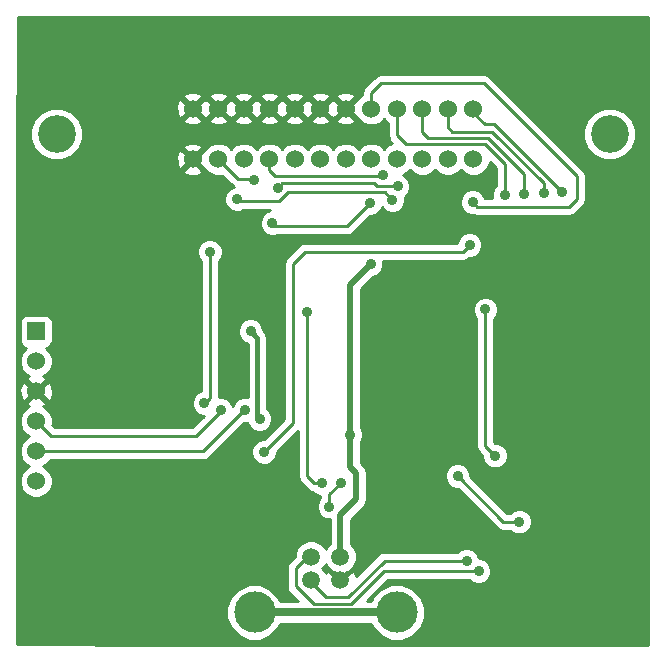
<source format=gbl>
G04 (created by PCBNEW (2013-mar-04)-testing) date Sun 17 Mar 2013 01:20:16 PM EDT*
%MOIN*%
G04 Gerber Fmt 3.4, Leading zero omitted, Abs format*
%FSLAX34Y34*%
G01*
G70*
G90*
G04 APERTURE LIST*
%ADD10C,2.3622e-06*%
%ADD11C,0.0591*%
%ADD12C,0.1378*%
%ADD13C,0.06*%
%ADD14C,0.126*%
%ADD15R,0.06X0.06*%
%ADD16C,0.035*%
%ADD17C,0.01*%
%ADD18C,0.015*%
%ADD19C,0.025*%
%ADD20C,0.02*%
G04 APERTURE END LIST*
G54D10*
G54D11*
X58610Y-48030D03*
X59590Y-48030D03*
X59590Y-47240D03*
X58610Y-47240D03*
G54D12*
X56730Y-49100D03*
X61470Y-49100D03*
G54D13*
X59775Y-33995D03*
X60625Y-33995D03*
X58075Y-33995D03*
X58925Y-33995D03*
X59775Y-32305D03*
X58925Y-32305D03*
X58075Y-32305D03*
X60625Y-32305D03*
X57225Y-33995D03*
X56375Y-33995D03*
X55525Y-33995D03*
X54675Y-33995D03*
X57225Y-32305D03*
X56375Y-32305D03*
X55525Y-32305D03*
X54675Y-32305D03*
X61475Y-33995D03*
X62325Y-33995D03*
X63175Y-33995D03*
X64025Y-33995D03*
X61475Y-32305D03*
X62325Y-32305D03*
X63175Y-32305D03*
X64025Y-32305D03*
G54D14*
X68565Y-33150D03*
X50135Y-33150D03*
G54D15*
X49450Y-39725D03*
G54D13*
X49450Y-40725D03*
X49450Y-41725D03*
X49450Y-42725D03*
X49450Y-43725D03*
X49450Y-44725D03*
G54D16*
X65550Y-46075D03*
X63500Y-44550D03*
X58475Y-39075D03*
X58975Y-44800D03*
X51580Y-36220D03*
X66200Y-48020D03*
X55640Y-44140D03*
X62520Y-45560D03*
X66860Y-46480D03*
X62175Y-40900D03*
X63950Y-36225D03*
X56400Y-42350D03*
X55600Y-42350D03*
X59600Y-44775D03*
X59225Y-45575D03*
X56725Y-34675D03*
X60575Y-35450D03*
X57325Y-36125D03*
X66975Y-35075D03*
X66375Y-35125D03*
X65725Y-35150D03*
X65075Y-35175D03*
X61000Y-34525D03*
X57500Y-34950D03*
X61500Y-34900D03*
X61325Y-35350D03*
X56150Y-35325D03*
X64000Y-35425D03*
X64200Y-47725D03*
X55060Y-42120D03*
X55240Y-37080D03*
X63800Y-47375D03*
X64750Y-43875D03*
X64425Y-39000D03*
X57050Y-43750D03*
X63900Y-36850D03*
X59925Y-43175D03*
X56600Y-39725D03*
X56900Y-42650D03*
X60600Y-37500D03*
G54D17*
X65025Y-46075D02*
X65550Y-46075D01*
X63500Y-44550D02*
X65025Y-46075D01*
X58475Y-44450D02*
X58475Y-44550D01*
X58475Y-44250D02*
X58475Y-39075D01*
X58475Y-44250D02*
X58475Y-44450D01*
X58725Y-44800D02*
X58975Y-44800D01*
X58475Y-44550D02*
X58725Y-44800D01*
G54D18*
X62520Y-45560D02*
X62520Y-45880D01*
X66860Y-46480D02*
X66880Y-46480D01*
X66880Y-46480D02*
X67120Y-46720D01*
G54D17*
X63950Y-36225D02*
X63950Y-36250D01*
X56400Y-42350D02*
X56375Y-42350D01*
X49450Y-43725D02*
X49450Y-43725D01*
X55000Y-43725D02*
X49450Y-43725D01*
X56375Y-42350D02*
X55000Y-43725D01*
X50075Y-43225D02*
X49950Y-43225D01*
X55600Y-42400D02*
X54775Y-43225D01*
X54775Y-43225D02*
X50075Y-43225D01*
X55600Y-42350D02*
X55600Y-42400D01*
X49950Y-43225D02*
X49450Y-42725D01*
X59600Y-44775D02*
X59225Y-45150D01*
X59225Y-45150D02*
X59225Y-45575D01*
X56180Y-34650D02*
X55525Y-33995D01*
X56700Y-34650D02*
X56180Y-34650D01*
X56725Y-34675D02*
X56700Y-34650D01*
X59800Y-36225D02*
X60575Y-35450D01*
X57425Y-36225D02*
X59800Y-36225D01*
X57325Y-36125D02*
X57425Y-36225D01*
X64025Y-32305D02*
X64025Y-32450D01*
X64725Y-32825D02*
X66975Y-35075D01*
X64400Y-32825D02*
X64725Y-32825D01*
X64025Y-32450D02*
X64400Y-32825D01*
X63175Y-32305D02*
X63175Y-32925D01*
X66375Y-34800D02*
X66375Y-35125D01*
X64649Y-33074D02*
X66375Y-34800D01*
X63324Y-33074D02*
X64649Y-33074D01*
X63175Y-32925D02*
X63324Y-33074D01*
X62325Y-32305D02*
X62325Y-33075D01*
X65725Y-34500D02*
X65725Y-35150D01*
X64500Y-33275D02*
X65725Y-34500D01*
X62525Y-33275D02*
X64500Y-33275D01*
X62325Y-33075D02*
X62525Y-33275D01*
X61475Y-32305D02*
X61475Y-33200D01*
X65075Y-34150D02*
X65075Y-35175D01*
X64425Y-33500D02*
X65075Y-34150D01*
X61775Y-33500D02*
X64425Y-33500D01*
X61475Y-33200D02*
X61775Y-33500D01*
X57225Y-34350D02*
X57225Y-33995D01*
X57425Y-34550D02*
X57225Y-34350D01*
X60975Y-34550D02*
X57425Y-34550D01*
X61000Y-34525D02*
X60975Y-34550D01*
X57650Y-34800D02*
X57500Y-34950D01*
X60725Y-34800D02*
X57650Y-34800D01*
X60800Y-34875D02*
X60725Y-34800D01*
X61475Y-34875D02*
X60800Y-34875D01*
X61500Y-34900D02*
X61475Y-34875D01*
X61075Y-35100D02*
X61325Y-35350D01*
X57850Y-35100D02*
X61075Y-35100D01*
X57550Y-35400D02*
X57850Y-35100D01*
X56225Y-35400D02*
X57550Y-35400D01*
X56150Y-35325D02*
X56225Y-35400D01*
X60625Y-31775D02*
X60625Y-32305D01*
X60950Y-31450D02*
X60625Y-31775D01*
X64375Y-31450D02*
X60950Y-31450D01*
X67475Y-34550D02*
X64375Y-31450D01*
X67475Y-35325D02*
X67475Y-34550D01*
X67225Y-35575D02*
X67475Y-35325D01*
X64150Y-35575D02*
X67225Y-35575D01*
X64000Y-35425D02*
X64150Y-35575D01*
X58610Y-47240D02*
X58485Y-47240D01*
X61050Y-47725D02*
X64200Y-47725D01*
X59950Y-48824D02*
X61050Y-47725D01*
X58699Y-48824D02*
X59950Y-48824D01*
X58100Y-48225D02*
X58699Y-48824D01*
X58100Y-47625D02*
X58100Y-48225D01*
X58485Y-47240D02*
X58100Y-47625D01*
X55080Y-42120D02*
X55060Y-42120D01*
X55240Y-41960D02*
X55080Y-42120D01*
X55240Y-37080D02*
X55240Y-41960D01*
X58610Y-48030D02*
X58610Y-48085D01*
X61075Y-47375D02*
X63800Y-47375D01*
X59850Y-48600D02*
X61075Y-47375D01*
X59125Y-48600D02*
X59850Y-48600D01*
X58610Y-48085D02*
X59125Y-48600D01*
G54D19*
X61470Y-49100D02*
X56730Y-49100D01*
G54D17*
X64425Y-43550D02*
X64750Y-43875D01*
X64425Y-39000D02*
X64425Y-43550D01*
X58925Y-37075D02*
X58425Y-37075D01*
X58425Y-37075D02*
X58025Y-37475D01*
X58025Y-37475D02*
X58025Y-42775D01*
X58025Y-42775D02*
X57050Y-43750D01*
X63675Y-37075D02*
X58925Y-37075D01*
X63900Y-36850D02*
X63675Y-37075D01*
G54D18*
X56825Y-39950D02*
X56600Y-39725D01*
X56825Y-42575D02*
X56825Y-39950D01*
X56900Y-42650D02*
X56825Y-42575D01*
G54D20*
X59925Y-42875D02*
X59925Y-38175D01*
X59925Y-42875D02*
X59925Y-43175D01*
X59925Y-38175D02*
X60600Y-37500D01*
X59925Y-43175D02*
X59925Y-44250D01*
X59925Y-44250D02*
X60125Y-44450D01*
X60125Y-44450D02*
X60125Y-45325D01*
X60125Y-45325D02*
X59590Y-45860D01*
X59590Y-45860D02*
X59590Y-47240D01*
G54D10*
G36*
X69850Y-50175D02*
X69445Y-50175D01*
X69445Y-32975D01*
X69311Y-32652D01*
X69064Y-32404D01*
X68740Y-32270D01*
X68390Y-32269D01*
X68067Y-32403D01*
X67819Y-32650D01*
X67685Y-32974D01*
X67684Y-33324D01*
X67818Y-33647D01*
X68065Y-33895D01*
X68389Y-34029D01*
X68739Y-34030D01*
X69062Y-33896D01*
X69310Y-33649D01*
X69444Y-33325D01*
X69445Y-32975D01*
X69445Y-50175D01*
X67775Y-50175D01*
X67775Y-35325D01*
X67775Y-34550D01*
X67752Y-34435D01*
X67687Y-34337D01*
X67687Y-34337D01*
X64587Y-31237D01*
X64489Y-31172D01*
X64375Y-31150D01*
X60950Y-31150D01*
X60835Y-31172D01*
X60737Y-31237D01*
X60412Y-31562D01*
X60347Y-31660D01*
X60325Y-31775D01*
X60325Y-31833D01*
X60313Y-31838D01*
X60161Y-31990D01*
X60160Y-31989D01*
X60090Y-32060D01*
X60090Y-31919D01*
X60062Y-31823D01*
X59856Y-31750D01*
X59638Y-31761D01*
X59487Y-31823D01*
X59459Y-31919D01*
X59775Y-32234D01*
X60090Y-31919D01*
X60090Y-32060D01*
X59845Y-32305D01*
X60160Y-32620D01*
X60162Y-32619D01*
X60313Y-32770D01*
X60515Y-32854D01*
X60733Y-32855D01*
X60936Y-32771D01*
X61050Y-32657D01*
X61163Y-32770D01*
X61175Y-32775D01*
X61175Y-33200D01*
X61197Y-33314D01*
X61262Y-33412D01*
X61316Y-33465D01*
X61163Y-33528D01*
X61049Y-33642D01*
X60936Y-33529D01*
X60734Y-33445D01*
X60516Y-33444D01*
X60313Y-33528D01*
X60199Y-33642D01*
X60090Y-33532D01*
X60090Y-32690D01*
X59775Y-32375D01*
X59704Y-32446D01*
X59704Y-32305D01*
X59389Y-31989D01*
X59350Y-32001D01*
X59310Y-31989D01*
X59240Y-32060D01*
X59240Y-31919D01*
X59212Y-31823D01*
X59006Y-31750D01*
X58788Y-31761D01*
X58637Y-31823D01*
X58609Y-31919D01*
X58925Y-32234D01*
X59240Y-31919D01*
X59240Y-32060D01*
X58995Y-32305D01*
X59310Y-32620D01*
X59350Y-32608D01*
X59389Y-32620D01*
X59704Y-32305D01*
X59704Y-32446D01*
X59459Y-32690D01*
X59487Y-32786D01*
X59693Y-32859D01*
X59911Y-32848D01*
X60062Y-32786D01*
X60090Y-32690D01*
X60090Y-33532D01*
X60086Y-33529D01*
X59884Y-33445D01*
X59666Y-33444D01*
X59463Y-33528D01*
X59349Y-33642D01*
X59240Y-33532D01*
X59240Y-32690D01*
X58925Y-32375D01*
X58854Y-32446D01*
X58854Y-32305D01*
X58539Y-31989D01*
X58500Y-32001D01*
X58460Y-31989D01*
X58390Y-32060D01*
X58390Y-31919D01*
X58362Y-31823D01*
X58156Y-31750D01*
X57938Y-31761D01*
X57787Y-31823D01*
X57759Y-31919D01*
X58075Y-32234D01*
X58390Y-31919D01*
X58390Y-32060D01*
X58145Y-32305D01*
X58460Y-32620D01*
X58500Y-32608D01*
X58539Y-32620D01*
X58854Y-32305D01*
X58854Y-32446D01*
X58609Y-32690D01*
X58637Y-32786D01*
X58843Y-32859D01*
X59061Y-32848D01*
X59212Y-32786D01*
X59240Y-32690D01*
X59240Y-33532D01*
X59236Y-33529D01*
X59034Y-33445D01*
X58816Y-33444D01*
X58613Y-33528D01*
X58499Y-33642D01*
X58390Y-33532D01*
X58390Y-32690D01*
X58075Y-32375D01*
X58004Y-32446D01*
X58004Y-32305D01*
X57689Y-31989D01*
X57650Y-32001D01*
X57610Y-31989D01*
X57540Y-32060D01*
X57540Y-31919D01*
X57512Y-31823D01*
X57306Y-31750D01*
X57088Y-31761D01*
X56937Y-31823D01*
X56909Y-31919D01*
X57225Y-32234D01*
X57540Y-31919D01*
X57540Y-32060D01*
X57295Y-32305D01*
X57610Y-32620D01*
X57650Y-32608D01*
X57689Y-32620D01*
X58004Y-32305D01*
X58004Y-32446D01*
X57759Y-32690D01*
X57787Y-32786D01*
X57993Y-32859D01*
X58211Y-32848D01*
X58362Y-32786D01*
X58390Y-32690D01*
X58390Y-33532D01*
X58386Y-33529D01*
X58184Y-33445D01*
X57966Y-33444D01*
X57763Y-33528D01*
X57649Y-33642D01*
X57540Y-33532D01*
X57540Y-32690D01*
X57225Y-32375D01*
X57154Y-32446D01*
X57154Y-32305D01*
X56839Y-31989D01*
X56800Y-32001D01*
X56760Y-31989D01*
X56690Y-32060D01*
X56690Y-31919D01*
X56662Y-31823D01*
X56456Y-31750D01*
X56238Y-31761D01*
X56087Y-31823D01*
X56059Y-31919D01*
X56375Y-32234D01*
X56690Y-31919D01*
X56690Y-32060D01*
X56445Y-32305D01*
X56760Y-32620D01*
X56800Y-32608D01*
X56839Y-32620D01*
X57154Y-32305D01*
X57154Y-32446D01*
X56909Y-32690D01*
X56937Y-32786D01*
X57143Y-32859D01*
X57361Y-32848D01*
X57512Y-32786D01*
X57540Y-32690D01*
X57540Y-33532D01*
X57536Y-33529D01*
X57334Y-33445D01*
X57116Y-33444D01*
X56913Y-33528D01*
X56799Y-33642D01*
X56690Y-33532D01*
X56690Y-32690D01*
X56375Y-32375D01*
X56304Y-32446D01*
X56304Y-32305D01*
X55989Y-31989D01*
X55950Y-32001D01*
X55910Y-31989D01*
X55840Y-32060D01*
X55840Y-31919D01*
X55812Y-31823D01*
X55606Y-31750D01*
X55388Y-31761D01*
X55237Y-31823D01*
X55209Y-31919D01*
X55525Y-32234D01*
X55840Y-31919D01*
X55840Y-32060D01*
X55595Y-32305D01*
X55910Y-32620D01*
X55950Y-32608D01*
X55989Y-32620D01*
X56304Y-32305D01*
X56304Y-32446D01*
X56059Y-32690D01*
X56087Y-32786D01*
X56293Y-32859D01*
X56511Y-32848D01*
X56662Y-32786D01*
X56690Y-32690D01*
X56690Y-33532D01*
X56686Y-33529D01*
X56484Y-33445D01*
X56266Y-33444D01*
X56063Y-33528D01*
X55949Y-33642D01*
X55840Y-33532D01*
X55840Y-32690D01*
X55525Y-32375D01*
X55454Y-32446D01*
X55454Y-32305D01*
X55139Y-31989D01*
X55100Y-32001D01*
X55060Y-31989D01*
X54990Y-32060D01*
X54990Y-31919D01*
X54962Y-31823D01*
X54756Y-31750D01*
X54538Y-31761D01*
X54387Y-31823D01*
X54359Y-31919D01*
X54675Y-32234D01*
X54990Y-31919D01*
X54990Y-32060D01*
X54745Y-32305D01*
X55060Y-32620D01*
X55100Y-32608D01*
X55139Y-32620D01*
X55454Y-32305D01*
X55454Y-32446D01*
X55209Y-32690D01*
X55237Y-32786D01*
X55443Y-32859D01*
X55661Y-32848D01*
X55812Y-32786D01*
X55840Y-32690D01*
X55840Y-33532D01*
X55836Y-33529D01*
X55634Y-33445D01*
X55416Y-33444D01*
X55213Y-33528D01*
X55061Y-33680D01*
X55060Y-33679D01*
X54990Y-33750D01*
X54990Y-33609D01*
X54990Y-32690D01*
X54675Y-32375D01*
X54604Y-32446D01*
X54604Y-32305D01*
X54289Y-31989D01*
X54193Y-32017D01*
X54120Y-32223D01*
X54131Y-32441D01*
X54193Y-32592D01*
X54289Y-32620D01*
X54604Y-32305D01*
X54604Y-32446D01*
X54359Y-32690D01*
X54387Y-32786D01*
X54593Y-32859D01*
X54811Y-32848D01*
X54962Y-32786D01*
X54990Y-32690D01*
X54990Y-33609D01*
X54962Y-33513D01*
X54756Y-33440D01*
X54538Y-33451D01*
X54387Y-33513D01*
X54359Y-33609D01*
X54675Y-33924D01*
X54990Y-33609D01*
X54990Y-33750D01*
X54745Y-33995D01*
X55060Y-34310D01*
X55062Y-34309D01*
X55213Y-34460D01*
X55415Y-34544D01*
X55633Y-34545D01*
X55645Y-34540D01*
X55967Y-34862D01*
X56040Y-34910D01*
X55909Y-34964D01*
X55789Y-35083D01*
X55725Y-35240D01*
X55724Y-35409D01*
X55789Y-35565D01*
X55908Y-35685D01*
X56065Y-35749D01*
X56234Y-35750D01*
X56355Y-35700D01*
X57240Y-35700D01*
X57084Y-35764D01*
X56964Y-35883D01*
X56900Y-36040D01*
X56899Y-36209D01*
X56964Y-36365D01*
X57083Y-36485D01*
X57240Y-36549D01*
X57409Y-36550D01*
X57469Y-36525D01*
X59800Y-36525D01*
X59800Y-36524D01*
X59914Y-36502D01*
X59914Y-36502D01*
X60012Y-36437D01*
X60574Y-35874D01*
X60659Y-35875D01*
X60815Y-35810D01*
X60935Y-35691D01*
X60973Y-35599D01*
X61083Y-35710D01*
X61240Y-35774D01*
X61409Y-35775D01*
X61565Y-35710D01*
X61685Y-35591D01*
X61749Y-35434D01*
X61750Y-35265D01*
X61745Y-35255D01*
X61860Y-35141D01*
X61924Y-34984D01*
X61925Y-34815D01*
X61860Y-34659D01*
X61741Y-34539D01*
X61668Y-34509D01*
X61786Y-34461D01*
X61900Y-34347D01*
X62013Y-34460D01*
X62215Y-34544D01*
X62433Y-34545D01*
X62636Y-34461D01*
X62750Y-34347D01*
X62863Y-34460D01*
X63065Y-34544D01*
X63283Y-34545D01*
X63486Y-34461D01*
X63600Y-34347D01*
X63713Y-34460D01*
X63915Y-34544D01*
X64133Y-34545D01*
X64336Y-34461D01*
X64490Y-34306D01*
X64574Y-34104D01*
X64574Y-34074D01*
X64775Y-34274D01*
X64775Y-34873D01*
X64714Y-34933D01*
X64650Y-35090D01*
X64649Y-35259D01*
X64656Y-35275D01*
X64397Y-35275D01*
X64360Y-35184D01*
X64241Y-35064D01*
X64084Y-35000D01*
X63915Y-34999D01*
X63759Y-35064D01*
X63639Y-35183D01*
X63575Y-35340D01*
X63574Y-35509D01*
X63639Y-35665D01*
X63758Y-35785D01*
X63915Y-35849D01*
X64031Y-35850D01*
X64035Y-35852D01*
X64150Y-35875D01*
X67225Y-35875D01*
X67225Y-35874D01*
X67339Y-35852D01*
X67339Y-35852D01*
X67437Y-35787D01*
X67687Y-35537D01*
X67687Y-35537D01*
X67752Y-35439D01*
X67774Y-35325D01*
X67775Y-35325D01*
X67775Y-50175D01*
X65975Y-50175D01*
X65975Y-45990D01*
X65910Y-45834D01*
X65791Y-45714D01*
X65634Y-45650D01*
X65465Y-45649D01*
X65309Y-45714D01*
X65248Y-45775D01*
X65175Y-45775D01*
X65175Y-43790D01*
X65110Y-43634D01*
X64991Y-43514D01*
X64834Y-43450D01*
X64749Y-43449D01*
X64725Y-43425D01*
X64725Y-39301D01*
X64785Y-39241D01*
X64849Y-39084D01*
X64850Y-38915D01*
X64785Y-38759D01*
X64666Y-38639D01*
X64509Y-38575D01*
X64340Y-38574D01*
X64184Y-38639D01*
X64064Y-38758D01*
X64000Y-38915D01*
X63999Y-39084D01*
X64064Y-39240D01*
X64125Y-39301D01*
X64125Y-43550D01*
X64147Y-43664D01*
X64212Y-43762D01*
X64325Y-43874D01*
X64324Y-43959D01*
X64389Y-44115D01*
X64508Y-44235D01*
X64665Y-44299D01*
X64834Y-44300D01*
X64990Y-44235D01*
X65110Y-44116D01*
X65174Y-43959D01*
X65175Y-43790D01*
X65175Y-45775D01*
X65149Y-45775D01*
X63924Y-44550D01*
X63925Y-44465D01*
X63860Y-44309D01*
X63741Y-44189D01*
X63584Y-44125D01*
X63415Y-44124D01*
X63259Y-44189D01*
X63139Y-44308D01*
X63075Y-44465D01*
X63074Y-44634D01*
X63139Y-44790D01*
X63258Y-44910D01*
X63415Y-44974D01*
X63500Y-44975D01*
X64812Y-46287D01*
X64812Y-46287D01*
X64910Y-46352D01*
X65025Y-46375D01*
X65248Y-46375D01*
X65308Y-46435D01*
X65465Y-46499D01*
X65634Y-46500D01*
X65790Y-46435D01*
X65910Y-46316D01*
X65974Y-46159D01*
X65975Y-45990D01*
X65975Y-50175D01*
X64625Y-50175D01*
X64625Y-47640D01*
X64560Y-47484D01*
X64441Y-47364D01*
X64284Y-47300D01*
X64225Y-47300D01*
X64225Y-47290D01*
X64160Y-47134D01*
X64041Y-47014D01*
X63884Y-46950D01*
X63715Y-46949D01*
X63559Y-47014D01*
X63498Y-47075D01*
X61075Y-47075D01*
X60960Y-47097D01*
X60862Y-47162D01*
X60129Y-47896D01*
X60129Y-47893D01*
X60067Y-47744D01*
X59972Y-47718D01*
X59660Y-48030D01*
X59666Y-48035D01*
X59595Y-48106D01*
X59590Y-48100D01*
X59584Y-48106D01*
X59513Y-48035D01*
X59519Y-48030D01*
X59207Y-47718D01*
X59112Y-47744D01*
X59098Y-47783D01*
X59072Y-47721D01*
X58986Y-47634D01*
X59072Y-47549D01*
X59099Y-47482D01*
X59127Y-47548D01*
X59280Y-47702D01*
X59370Y-47739D01*
X59590Y-47959D01*
X59809Y-47739D01*
X59898Y-47702D01*
X60052Y-47549D01*
X60135Y-47348D01*
X60135Y-47131D01*
X60052Y-46931D01*
X59940Y-46818D01*
X59940Y-46004D01*
X60372Y-45572D01*
X60372Y-45572D01*
X60372Y-45572D01*
X60448Y-45458D01*
X60475Y-45325D01*
X60474Y-45325D01*
X60475Y-45325D01*
X60475Y-44450D01*
X60448Y-44316D01*
X60372Y-44202D01*
X60275Y-44105D01*
X60275Y-43426D01*
X60285Y-43416D01*
X60349Y-43259D01*
X60350Y-43090D01*
X60285Y-42934D01*
X60275Y-42924D01*
X60275Y-42875D01*
X60275Y-38319D01*
X60669Y-37925D01*
X60684Y-37925D01*
X60840Y-37860D01*
X60960Y-37741D01*
X61024Y-37584D01*
X61025Y-37415D01*
X61008Y-37375D01*
X63675Y-37375D01*
X63675Y-37374D01*
X63789Y-37352D01*
X63789Y-37352D01*
X63887Y-37287D01*
X63899Y-37274D01*
X63984Y-37275D01*
X64140Y-37210D01*
X64260Y-37091D01*
X64324Y-36934D01*
X64325Y-36765D01*
X64260Y-36609D01*
X64141Y-36489D01*
X63984Y-36425D01*
X63815Y-36424D01*
X63659Y-36489D01*
X63539Y-36608D01*
X63475Y-36765D01*
X63475Y-36775D01*
X58925Y-36775D01*
X58425Y-36775D01*
X58310Y-36797D01*
X58212Y-36862D01*
X57812Y-37262D01*
X57747Y-37360D01*
X57725Y-37475D01*
X57725Y-42650D01*
X57325Y-43050D01*
X57325Y-42565D01*
X57260Y-42409D01*
X57150Y-42298D01*
X57150Y-39950D01*
X57125Y-39825D01*
X57125Y-39825D01*
X57054Y-39720D01*
X57025Y-39690D01*
X57025Y-39640D01*
X56960Y-39484D01*
X56841Y-39364D01*
X56684Y-39300D01*
X56515Y-39299D01*
X56359Y-39364D01*
X56239Y-39483D01*
X56175Y-39640D01*
X56174Y-39809D01*
X56239Y-39965D01*
X56358Y-40085D01*
X56500Y-40143D01*
X56500Y-41931D01*
X56484Y-41925D01*
X56315Y-41924D01*
X56159Y-41989D01*
X56039Y-42108D01*
X55999Y-42205D01*
X55960Y-42109D01*
X55841Y-41989D01*
X55684Y-41925D01*
X55540Y-41924D01*
X55540Y-37381D01*
X55600Y-37321D01*
X55664Y-37164D01*
X55665Y-36995D01*
X55600Y-36839D01*
X55481Y-36719D01*
X55324Y-36655D01*
X55155Y-36654D01*
X54999Y-36719D01*
X54990Y-36728D01*
X54990Y-34380D01*
X54675Y-34065D01*
X54604Y-34136D01*
X54604Y-33995D01*
X54289Y-33679D01*
X54193Y-33707D01*
X54120Y-33913D01*
X54131Y-34131D01*
X54193Y-34282D01*
X54289Y-34310D01*
X54604Y-33995D01*
X54604Y-34136D01*
X54359Y-34380D01*
X54387Y-34476D01*
X54593Y-34549D01*
X54811Y-34538D01*
X54962Y-34476D01*
X54990Y-34380D01*
X54990Y-36728D01*
X54879Y-36838D01*
X54815Y-36995D01*
X54814Y-37164D01*
X54879Y-37320D01*
X54940Y-37381D01*
X54940Y-41709D01*
X54819Y-41759D01*
X54699Y-41878D01*
X54635Y-42035D01*
X54634Y-42204D01*
X54699Y-42360D01*
X54818Y-42480D01*
X54975Y-42544D01*
X55030Y-42544D01*
X54650Y-42925D01*
X51015Y-42925D01*
X51015Y-32975D01*
X50881Y-32652D01*
X50634Y-32404D01*
X50310Y-32270D01*
X49960Y-32269D01*
X49637Y-32403D01*
X49389Y-32650D01*
X49255Y-32974D01*
X49254Y-33324D01*
X49388Y-33647D01*
X49635Y-33895D01*
X49959Y-34029D01*
X50309Y-34030D01*
X50632Y-33896D01*
X50880Y-33649D01*
X51014Y-33325D01*
X51015Y-32975D01*
X51015Y-42925D01*
X50075Y-42925D01*
X50074Y-42925D01*
X50004Y-42855D01*
X50004Y-41806D01*
X50000Y-41713D01*
X50000Y-40616D01*
X49916Y-40413D01*
X49777Y-40275D01*
X49799Y-40275D01*
X49891Y-40237D01*
X49961Y-40166D01*
X49999Y-40074D01*
X50000Y-39975D01*
X50000Y-39375D01*
X49962Y-39283D01*
X49891Y-39213D01*
X49799Y-39175D01*
X49700Y-39174D01*
X49100Y-39174D01*
X49008Y-39212D01*
X48938Y-39283D01*
X48900Y-39375D01*
X48899Y-39474D01*
X48899Y-40074D01*
X48937Y-40166D01*
X49008Y-40236D01*
X49100Y-40274D01*
X49122Y-40274D01*
X48984Y-40413D01*
X48900Y-40615D01*
X48899Y-40833D01*
X48983Y-41036D01*
X49138Y-41190D01*
X49213Y-41222D01*
X49162Y-41243D01*
X49134Y-41339D01*
X49450Y-41654D01*
X49765Y-41339D01*
X49737Y-41243D01*
X49682Y-41224D01*
X49761Y-41191D01*
X49915Y-41036D01*
X49999Y-40834D01*
X50000Y-40616D01*
X50000Y-41713D01*
X49993Y-41588D01*
X49931Y-41437D01*
X49835Y-41409D01*
X49520Y-41725D01*
X49835Y-42040D01*
X49931Y-42012D01*
X50004Y-41806D01*
X50004Y-42855D01*
X49995Y-42846D01*
X49999Y-42834D01*
X50000Y-42616D01*
X49916Y-42413D01*
X49761Y-42259D01*
X49686Y-42227D01*
X49737Y-42206D01*
X49765Y-42110D01*
X49450Y-41795D01*
X49379Y-41866D01*
X49379Y-41725D01*
X49064Y-41409D01*
X48968Y-41437D01*
X48895Y-41643D01*
X48906Y-41861D01*
X48968Y-42012D01*
X49064Y-42040D01*
X49379Y-41725D01*
X49379Y-41866D01*
X49134Y-42110D01*
X49162Y-42206D01*
X49217Y-42225D01*
X49138Y-42258D01*
X48984Y-42413D01*
X48900Y-42615D01*
X48899Y-42833D01*
X48983Y-43036D01*
X49138Y-43190D01*
X49219Y-43224D01*
X49138Y-43258D01*
X48984Y-43413D01*
X48900Y-43615D01*
X48899Y-43833D01*
X48983Y-44036D01*
X49138Y-44190D01*
X49219Y-44224D01*
X49138Y-44258D01*
X48984Y-44413D01*
X48900Y-44615D01*
X48899Y-44833D01*
X48983Y-45036D01*
X49138Y-45190D01*
X49340Y-45274D01*
X49558Y-45275D01*
X49761Y-45191D01*
X49915Y-45036D01*
X49999Y-44834D01*
X50000Y-44616D01*
X49916Y-44413D01*
X49761Y-44259D01*
X49680Y-44225D01*
X49761Y-44191D01*
X49915Y-44036D01*
X49920Y-44025D01*
X55000Y-44025D01*
X55000Y-44024D01*
X55114Y-44002D01*
X55114Y-44002D01*
X55212Y-43937D01*
X56374Y-42774D01*
X56484Y-42775D01*
X56490Y-42772D01*
X56539Y-42890D01*
X56658Y-43010D01*
X56815Y-43074D01*
X56984Y-43075D01*
X57140Y-43010D01*
X57260Y-42891D01*
X57324Y-42734D01*
X57325Y-42565D01*
X57325Y-43050D01*
X57050Y-43325D01*
X56965Y-43324D01*
X56809Y-43389D01*
X56689Y-43508D01*
X56625Y-43665D01*
X56624Y-43834D01*
X56689Y-43990D01*
X56808Y-44110D01*
X56965Y-44174D01*
X57134Y-44175D01*
X57290Y-44110D01*
X57410Y-43991D01*
X57474Y-43834D01*
X57475Y-43749D01*
X58175Y-43049D01*
X58175Y-44250D01*
X58175Y-44450D01*
X58175Y-44550D01*
X58197Y-44664D01*
X58262Y-44762D01*
X58512Y-45012D01*
X58512Y-45012D01*
X58610Y-45077D01*
X58661Y-45087D01*
X58733Y-45160D01*
X58890Y-45224D01*
X58925Y-45224D01*
X58925Y-45273D01*
X58864Y-45333D01*
X58800Y-45490D01*
X58799Y-45659D01*
X58864Y-45815D01*
X58983Y-45935D01*
X59140Y-45999D01*
X59240Y-46000D01*
X59240Y-46818D01*
X59127Y-46930D01*
X59100Y-46997D01*
X59072Y-46931D01*
X58919Y-46777D01*
X58718Y-46694D01*
X58501Y-46694D01*
X58301Y-46777D01*
X58147Y-46930D01*
X58064Y-47131D01*
X58064Y-47236D01*
X57887Y-47412D01*
X57822Y-47510D01*
X57800Y-47625D01*
X57800Y-48225D01*
X57822Y-48339D01*
X57887Y-48437D01*
X58175Y-48725D01*
X57591Y-48725D01*
X57526Y-48568D01*
X57262Y-48304D01*
X56917Y-48161D01*
X56544Y-48160D01*
X56198Y-48303D01*
X55934Y-48567D01*
X55791Y-48912D01*
X55790Y-49285D01*
X55933Y-49631D01*
X56197Y-49895D01*
X56542Y-50038D01*
X56915Y-50039D01*
X57261Y-49896D01*
X57525Y-49632D01*
X57591Y-49475D01*
X60608Y-49475D01*
X60673Y-49631D01*
X60937Y-49895D01*
X61282Y-50038D01*
X61655Y-50039D01*
X62001Y-49896D01*
X62265Y-49632D01*
X62408Y-49287D01*
X62409Y-48914D01*
X62266Y-48568D01*
X62002Y-48304D01*
X61657Y-48161D01*
X61284Y-48160D01*
X60938Y-48303D01*
X60674Y-48567D01*
X60608Y-48725D01*
X60474Y-48725D01*
X61174Y-48025D01*
X63898Y-48025D01*
X63958Y-48085D01*
X64115Y-48149D01*
X64284Y-48150D01*
X64440Y-48085D01*
X64560Y-47966D01*
X64624Y-47809D01*
X64625Y-47640D01*
X64625Y-50175D01*
X54000Y-50175D01*
X48825Y-50150D01*
X48825Y-34450D01*
X48849Y-29250D01*
X69850Y-29250D01*
X69850Y-50175D01*
X69850Y-50175D01*
G37*
G54D17*
X69850Y-50175D02*
X69445Y-50175D01*
X69445Y-32975D01*
X69311Y-32652D01*
X69064Y-32404D01*
X68740Y-32270D01*
X68390Y-32269D01*
X68067Y-32403D01*
X67819Y-32650D01*
X67685Y-32974D01*
X67684Y-33324D01*
X67818Y-33647D01*
X68065Y-33895D01*
X68389Y-34029D01*
X68739Y-34030D01*
X69062Y-33896D01*
X69310Y-33649D01*
X69444Y-33325D01*
X69445Y-32975D01*
X69445Y-50175D01*
X67775Y-50175D01*
X67775Y-35325D01*
X67775Y-34550D01*
X67752Y-34435D01*
X67687Y-34337D01*
X67687Y-34337D01*
X64587Y-31237D01*
X64489Y-31172D01*
X64375Y-31150D01*
X60950Y-31150D01*
X60835Y-31172D01*
X60737Y-31237D01*
X60412Y-31562D01*
X60347Y-31660D01*
X60325Y-31775D01*
X60325Y-31833D01*
X60313Y-31838D01*
X60161Y-31990D01*
X60160Y-31989D01*
X60090Y-32060D01*
X60090Y-31919D01*
X60062Y-31823D01*
X59856Y-31750D01*
X59638Y-31761D01*
X59487Y-31823D01*
X59459Y-31919D01*
X59775Y-32234D01*
X60090Y-31919D01*
X60090Y-32060D01*
X59845Y-32305D01*
X60160Y-32620D01*
X60162Y-32619D01*
X60313Y-32770D01*
X60515Y-32854D01*
X60733Y-32855D01*
X60936Y-32771D01*
X61050Y-32657D01*
X61163Y-32770D01*
X61175Y-32775D01*
X61175Y-33200D01*
X61197Y-33314D01*
X61262Y-33412D01*
X61316Y-33465D01*
X61163Y-33528D01*
X61049Y-33642D01*
X60936Y-33529D01*
X60734Y-33445D01*
X60516Y-33444D01*
X60313Y-33528D01*
X60199Y-33642D01*
X60090Y-33532D01*
X60090Y-32690D01*
X59775Y-32375D01*
X59704Y-32446D01*
X59704Y-32305D01*
X59389Y-31989D01*
X59350Y-32001D01*
X59310Y-31989D01*
X59240Y-32060D01*
X59240Y-31919D01*
X59212Y-31823D01*
X59006Y-31750D01*
X58788Y-31761D01*
X58637Y-31823D01*
X58609Y-31919D01*
X58925Y-32234D01*
X59240Y-31919D01*
X59240Y-32060D01*
X58995Y-32305D01*
X59310Y-32620D01*
X59350Y-32608D01*
X59389Y-32620D01*
X59704Y-32305D01*
X59704Y-32446D01*
X59459Y-32690D01*
X59487Y-32786D01*
X59693Y-32859D01*
X59911Y-32848D01*
X60062Y-32786D01*
X60090Y-32690D01*
X60090Y-33532D01*
X60086Y-33529D01*
X59884Y-33445D01*
X59666Y-33444D01*
X59463Y-33528D01*
X59349Y-33642D01*
X59240Y-33532D01*
X59240Y-32690D01*
X58925Y-32375D01*
X58854Y-32446D01*
X58854Y-32305D01*
X58539Y-31989D01*
X58500Y-32001D01*
X58460Y-31989D01*
X58390Y-32060D01*
X58390Y-31919D01*
X58362Y-31823D01*
X58156Y-31750D01*
X57938Y-31761D01*
X57787Y-31823D01*
X57759Y-31919D01*
X58075Y-32234D01*
X58390Y-31919D01*
X58390Y-32060D01*
X58145Y-32305D01*
X58460Y-32620D01*
X58500Y-32608D01*
X58539Y-32620D01*
X58854Y-32305D01*
X58854Y-32446D01*
X58609Y-32690D01*
X58637Y-32786D01*
X58843Y-32859D01*
X59061Y-32848D01*
X59212Y-32786D01*
X59240Y-32690D01*
X59240Y-33532D01*
X59236Y-33529D01*
X59034Y-33445D01*
X58816Y-33444D01*
X58613Y-33528D01*
X58499Y-33642D01*
X58390Y-33532D01*
X58390Y-32690D01*
X58075Y-32375D01*
X58004Y-32446D01*
X58004Y-32305D01*
X57689Y-31989D01*
X57650Y-32001D01*
X57610Y-31989D01*
X57540Y-32060D01*
X57540Y-31919D01*
X57512Y-31823D01*
X57306Y-31750D01*
X57088Y-31761D01*
X56937Y-31823D01*
X56909Y-31919D01*
X57225Y-32234D01*
X57540Y-31919D01*
X57540Y-32060D01*
X57295Y-32305D01*
X57610Y-32620D01*
X57650Y-32608D01*
X57689Y-32620D01*
X58004Y-32305D01*
X58004Y-32446D01*
X57759Y-32690D01*
X57787Y-32786D01*
X57993Y-32859D01*
X58211Y-32848D01*
X58362Y-32786D01*
X58390Y-32690D01*
X58390Y-33532D01*
X58386Y-33529D01*
X58184Y-33445D01*
X57966Y-33444D01*
X57763Y-33528D01*
X57649Y-33642D01*
X57540Y-33532D01*
X57540Y-32690D01*
X57225Y-32375D01*
X57154Y-32446D01*
X57154Y-32305D01*
X56839Y-31989D01*
X56800Y-32001D01*
X56760Y-31989D01*
X56690Y-32060D01*
X56690Y-31919D01*
X56662Y-31823D01*
X56456Y-31750D01*
X56238Y-31761D01*
X56087Y-31823D01*
X56059Y-31919D01*
X56375Y-32234D01*
X56690Y-31919D01*
X56690Y-32060D01*
X56445Y-32305D01*
X56760Y-32620D01*
X56800Y-32608D01*
X56839Y-32620D01*
X57154Y-32305D01*
X57154Y-32446D01*
X56909Y-32690D01*
X56937Y-32786D01*
X57143Y-32859D01*
X57361Y-32848D01*
X57512Y-32786D01*
X57540Y-32690D01*
X57540Y-33532D01*
X57536Y-33529D01*
X57334Y-33445D01*
X57116Y-33444D01*
X56913Y-33528D01*
X56799Y-33642D01*
X56690Y-33532D01*
X56690Y-32690D01*
X56375Y-32375D01*
X56304Y-32446D01*
X56304Y-32305D01*
X55989Y-31989D01*
X55950Y-32001D01*
X55910Y-31989D01*
X55840Y-32060D01*
X55840Y-31919D01*
X55812Y-31823D01*
X55606Y-31750D01*
X55388Y-31761D01*
X55237Y-31823D01*
X55209Y-31919D01*
X55525Y-32234D01*
X55840Y-31919D01*
X55840Y-32060D01*
X55595Y-32305D01*
X55910Y-32620D01*
X55950Y-32608D01*
X55989Y-32620D01*
X56304Y-32305D01*
X56304Y-32446D01*
X56059Y-32690D01*
X56087Y-32786D01*
X56293Y-32859D01*
X56511Y-32848D01*
X56662Y-32786D01*
X56690Y-32690D01*
X56690Y-33532D01*
X56686Y-33529D01*
X56484Y-33445D01*
X56266Y-33444D01*
X56063Y-33528D01*
X55949Y-33642D01*
X55840Y-33532D01*
X55840Y-32690D01*
X55525Y-32375D01*
X55454Y-32446D01*
X55454Y-32305D01*
X55139Y-31989D01*
X55100Y-32001D01*
X55060Y-31989D01*
X54990Y-32060D01*
X54990Y-31919D01*
X54962Y-31823D01*
X54756Y-31750D01*
X54538Y-31761D01*
X54387Y-31823D01*
X54359Y-31919D01*
X54675Y-32234D01*
X54990Y-31919D01*
X54990Y-32060D01*
X54745Y-32305D01*
X55060Y-32620D01*
X55100Y-32608D01*
X55139Y-32620D01*
X55454Y-32305D01*
X55454Y-32446D01*
X55209Y-32690D01*
X55237Y-32786D01*
X55443Y-32859D01*
X55661Y-32848D01*
X55812Y-32786D01*
X55840Y-32690D01*
X55840Y-33532D01*
X55836Y-33529D01*
X55634Y-33445D01*
X55416Y-33444D01*
X55213Y-33528D01*
X55061Y-33680D01*
X55060Y-33679D01*
X54990Y-33750D01*
X54990Y-33609D01*
X54990Y-32690D01*
X54675Y-32375D01*
X54604Y-32446D01*
X54604Y-32305D01*
X54289Y-31989D01*
X54193Y-32017D01*
X54120Y-32223D01*
X54131Y-32441D01*
X54193Y-32592D01*
X54289Y-32620D01*
X54604Y-32305D01*
X54604Y-32446D01*
X54359Y-32690D01*
X54387Y-32786D01*
X54593Y-32859D01*
X54811Y-32848D01*
X54962Y-32786D01*
X54990Y-32690D01*
X54990Y-33609D01*
X54962Y-33513D01*
X54756Y-33440D01*
X54538Y-33451D01*
X54387Y-33513D01*
X54359Y-33609D01*
X54675Y-33924D01*
X54990Y-33609D01*
X54990Y-33750D01*
X54745Y-33995D01*
X55060Y-34310D01*
X55062Y-34309D01*
X55213Y-34460D01*
X55415Y-34544D01*
X55633Y-34545D01*
X55645Y-34540D01*
X55967Y-34862D01*
X56040Y-34910D01*
X55909Y-34964D01*
X55789Y-35083D01*
X55725Y-35240D01*
X55724Y-35409D01*
X55789Y-35565D01*
X55908Y-35685D01*
X56065Y-35749D01*
X56234Y-35750D01*
X56355Y-35700D01*
X57240Y-35700D01*
X57084Y-35764D01*
X56964Y-35883D01*
X56900Y-36040D01*
X56899Y-36209D01*
X56964Y-36365D01*
X57083Y-36485D01*
X57240Y-36549D01*
X57409Y-36550D01*
X57469Y-36525D01*
X59800Y-36525D01*
X59800Y-36524D01*
X59914Y-36502D01*
X59914Y-36502D01*
X60012Y-36437D01*
X60574Y-35874D01*
X60659Y-35875D01*
X60815Y-35810D01*
X60935Y-35691D01*
X60973Y-35599D01*
X61083Y-35710D01*
X61240Y-35774D01*
X61409Y-35775D01*
X61565Y-35710D01*
X61685Y-35591D01*
X61749Y-35434D01*
X61750Y-35265D01*
X61745Y-35255D01*
X61860Y-35141D01*
X61924Y-34984D01*
X61925Y-34815D01*
X61860Y-34659D01*
X61741Y-34539D01*
X61668Y-34509D01*
X61786Y-34461D01*
X61900Y-34347D01*
X62013Y-34460D01*
X62215Y-34544D01*
X62433Y-34545D01*
X62636Y-34461D01*
X62750Y-34347D01*
X62863Y-34460D01*
X63065Y-34544D01*
X63283Y-34545D01*
X63486Y-34461D01*
X63600Y-34347D01*
X63713Y-34460D01*
X63915Y-34544D01*
X64133Y-34545D01*
X64336Y-34461D01*
X64490Y-34306D01*
X64574Y-34104D01*
X64574Y-34074D01*
X64775Y-34274D01*
X64775Y-34873D01*
X64714Y-34933D01*
X64650Y-35090D01*
X64649Y-35259D01*
X64656Y-35275D01*
X64397Y-35275D01*
X64360Y-35184D01*
X64241Y-35064D01*
X64084Y-35000D01*
X63915Y-34999D01*
X63759Y-35064D01*
X63639Y-35183D01*
X63575Y-35340D01*
X63574Y-35509D01*
X63639Y-35665D01*
X63758Y-35785D01*
X63915Y-35849D01*
X64031Y-35850D01*
X64035Y-35852D01*
X64150Y-35875D01*
X67225Y-35875D01*
X67225Y-35874D01*
X67339Y-35852D01*
X67339Y-35852D01*
X67437Y-35787D01*
X67687Y-35537D01*
X67687Y-35537D01*
X67752Y-35439D01*
X67774Y-35325D01*
X67775Y-35325D01*
X67775Y-50175D01*
X65975Y-50175D01*
X65975Y-45990D01*
X65910Y-45834D01*
X65791Y-45714D01*
X65634Y-45650D01*
X65465Y-45649D01*
X65309Y-45714D01*
X65248Y-45775D01*
X65175Y-45775D01*
X65175Y-43790D01*
X65110Y-43634D01*
X64991Y-43514D01*
X64834Y-43450D01*
X64749Y-43449D01*
X64725Y-43425D01*
X64725Y-39301D01*
X64785Y-39241D01*
X64849Y-39084D01*
X64850Y-38915D01*
X64785Y-38759D01*
X64666Y-38639D01*
X64509Y-38575D01*
X64340Y-38574D01*
X64184Y-38639D01*
X64064Y-38758D01*
X64000Y-38915D01*
X63999Y-39084D01*
X64064Y-39240D01*
X64125Y-39301D01*
X64125Y-43550D01*
X64147Y-43664D01*
X64212Y-43762D01*
X64325Y-43874D01*
X64324Y-43959D01*
X64389Y-44115D01*
X64508Y-44235D01*
X64665Y-44299D01*
X64834Y-44300D01*
X64990Y-44235D01*
X65110Y-44116D01*
X65174Y-43959D01*
X65175Y-43790D01*
X65175Y-45775D01*
X65149Y-45775D01*
X63924Y-44550D01*
X63925Y-44465D01*
X63860Y-44309D01*
X63741Y-44189D01*
X63584Y-44125D01*
X63415Y-44124D01*
X63259Y-44189D01*
X63139Y-44308D01*
X63075Y-44465D01*
X63074Y-44634D01*
X63139Y-44790D01*
X63258Y-44910D01*
X63415Y-44974D01*
X63500Y-44975D01*
X64812Y-46287D01*
X64812Y-46287D01*
X64910Y-46352D01*
X65025Y-46375D01*
X65248Y-46375D01*
X65308Y-46435D01*
X65465Y-46499D01*
X65634Y-46500D01*
X65790Y-46435D01*
X65910Y-46316D01*
X65974Y-46159D01*
X65975Y-45990D01*
X65975Y-50175D01*
X64625Y-50175D01*
X64625Y-47640D01*
X64560Y-47484D01*
X64441Y-47364D01*
X64284Y-47300D01*
X64225Y-47300D01*
X64225Y-47290D01*
X64160Y-47134D01*
X64041Y-47014D01*
X63884Y-46950D01*
X63715Y-46949D01*
X63559Y-47014D01*
X63498Y-47075D01*
X61075Y-47075D01*
X60960Y-47097D01*
X60862Y-47162D01*
X60129Y-47896D01*
X60129Y-47893D01*
X60067Y-47744D01*
X59972Y-47718D01*
X59660Y-48030D01*
X59666Y-48035D01*
X59595Y-48106D01*
X59590Y-48100D01*
X59584Y-48106D01*
X59513Y-48035D01*
X59519Y-48030D01*
X59207Y-47718D01*
X59112Y-47744D01*
X59098Y-47783D01*
X59072Y-47721D01*
X58986Y-47634D01*
X59072Y-47549D01*
X59099Y-47482D01*
X59127Y-47548D01*
X59280Y-47702D01*
X59370Y-47739D01*
X59590Y-47959D01*
X59809Y-47739D01*
X59898Y-47702D01*
X60052Y-47549D01*
X60135Y-47348D01*
X60135Y-47131D01*
X60052Y-46931D01*
X59940Y-46818D01*
X59940Y-46004D01*
X60372Y-45572D01*
X60372Y-45572D01*
X60372Y-45572D01*
X60448Y-45458D01*
X60475Y-45325D01*
X60474Y-45325D01*
X60475Y-45325D01*
X60475Y-44450D01*
X60448Y-44316D01*
X60372Y-44202D01*
X60275Y-44105D01*
X60275Y-43426D01*
X60285Y-43416D01*
X60349Y-43259D01*
X60350Y-43090D01*
X60285Y-42934D01*
X60275Y-42924D01*
X60275Y-42875D01*
X60275Y-38319D01*
X60669Y-37925D01*
X60684Y-37925D01*
X60840Y-37860D01*
X60960Y-37741D01*
X61024Y-37584D01*
X61025Y-37415D01*
X61008Y-37375D01*
X63675Y-37375D01*
X63675Y-37374D01*
X63789Y-37352D01*
X63789Y-37352D01*
X63887Y-37287D01*
X63899Y-37274D01*
X63984Y-37275D01*
X64140Y-37210D01*
X64260Y-37091D01*
X64324Y-36934D01*
X64325Y-36765D01*
X64260Y-36609D01*
X64141Y-36489D01*
X63984Y-36425D01*
X63815Y-36424D01*
X63659Y-36489D01*
X63539Y-36608D01*
X63475Y-36765D01*
X63475Y-36775D01*
X58925Y-36775D01*
X58425Y-36775D01*
X58310Y-36797D01*
X58212Y-36862D01*
X57812Y-37262D01*
X57747Y-37360D01*
X57725Y-37475D01*
X57725Y-42650D01*
X57325Y-43050D01*
X57325Y-42565D01*
X57260Y-42409D01*
X57150Y-42298D01*
X57150Y-39950D01*
X57125Y-39825D01*
X57125Y-39825D01*
X57054Y-39720D01*
X57025Y-39690D01*
X57025Y-39640D01*
X56960Y-39484D01*
X56841Y-39364D01*
X56684Y-39300D01*
X56515Y-39299D01*
X56359Y-39364D01*
X56239Y-39483D01*
X56175Y-39640D01*
X56174Y-39809D01*
X56239Y-39965D01*
X56358Y-40085D01*
X56500Y-40143D01*
X56500Y-41931D01*
X56484Y-41925D01*
X56315Y-41924D01*
X56159Y-41989D01*
X56039Y-42108D01*
X55999Y-42205D01*
X55960Y-42109D01*
X55841Y-41989D01*
X55684Y-41925D01*
X55540Y-41924D01*
X55540Y-37381D01*
X55600Y-37321D01*
X55664Y-37164D01*
X55665Y-36995D01*
X55600Y-36839D01*
X55481Y-36719D01*
X55324Y-36655D01*
X55155Y-36654D01*
X54999Y-36719D01*
X54990Y-36728D01*
X54990Y-34380D01*
X54675Y-34065D01*
X54604Y-34136D01*
X54604Y-33995D01*
X54289Y-33679D01*
X54193Y-33707D01*
X54120Y-33913D01*
X54131Y-34131D01*
X54193Y-34282D01*
X54289Y-34310D01*
X54604Y-33995D01*
X54604Y-34136D01*
X54359Y-34380D01*
X54387Y-34476D01*
X54593Y-34549D01*
X54811Y-34538D01*
X54962Y-34476D01*
X54990Y-34380D01*
X54990Y-36728D01*
X54879Y-36838D01*
X54815Y-36995D01*
X54814Y-37164D01*
X54879Y-37320D01*
X54940Y-37381D01*
X54940Y-41709D01*
X54819Y-41759D01*
X54699Y-41878D01*
X54635Y-42035D01*
X54634Y-42204D01*
X54699Y-42360D01*
X54818Y-42480D01*
X54975Y-42544D01*
X55030Y-42544D01*
X54650Y-42925D01*
X51015Y-42925D01*
X51015Y-32975D01*
X50881Y-32652D01*
X50634Y-32404D01*
X50310Y-32270D01*
X49960Y-32269D01*
X49637Y-32403D01*
X49389Y-32650D01*
X49255Y-32974D01*
X49254Y-33324D01*
X49388Y-33647D01*
X49635Y-33895D01*
X49959Y-34029D01*
X50309Y-34030D01*
X50632Y-33896D01*
X50880Y-33649D01*
X51014Y-33325D01*
X51015Y-32975D01*
X51015Y-42925D01*
X50075Y-42925D01*
X50074Y-42925D01*
X50004Y-42855D01*
X50004Y-41806D01*
X50000Y-41713D01*
X50000Y-40616D01*
X49916Y-40413D01*
X49777Y-40275D01*
X49799Y-40275D01*
X49891Y-40237D01*
X49961Y-40166D01*
X49999Y-40074D01*
X50000Y-39975D01*
X50000Y-39375D01*
X49962Y-39283D01*
X49891Y-39213D01*
X49799Y-39175D01*
X49700Y-39174D01*
X49100Y-39174D01*
X49008Y-39212D01*
X48938Y-39283D01*
X48900Y-39375D01*
X48899Y-39474D01*
X48899Y-40074D01*
X48937Y-40166D01*
X49008Y-40236D01*
X49100Y-40274D01*
X49122Y-40274D01*
X48984Y-40413D01*
X48900Y-40615D01*
X48899Y-40833D01*
X48983Y-41036D01*
X49138Y-41190D01*
X49213Y-41222D01*
X49162Y-41243D01*
X49134Y-41339D01*
X49450Y-41654D01*
X49765Y-41339D01*
X49737Y-41243D01*
X49682Y-41224D01*
X49761Y-41191D01*
X49915Y-41036D01*
X49999Y-40834D01*
X50000Y-40616D01*
X50000Y-41713D01*
X49993Y-41588D01*
X49931Y-41437D01*
X49835Y-41409D01*
X49520Y-41725D01*
X49835Y-42040D01*
X49931Y-42012D01*
X50004Y-41806D01*
X50004Y-42855D01*
X49995Y-42846D01*
X49999Y-42834D01*
X50000Y-42616D01*
X49916Y-42413D01*
X49761Y-42259D01*
X49686Y-42227D01*
X49737Y-42206D01*
X49765Y-42110D01*
X49450Y-41795D01*
X49379Y-41866D01*
X49379Y-41725D01*
X49064Y-41409D01*
X48968Y-41437D01*
X48895Y-41643D01*
X48906Y-41861D01*
X48968Y-42012D01*
X49064Y-42040D01*
X49379Y-41725D01*
X49379Y-41866D01*
X49134Y-42110D01*
X49162Y-42206D01*
X49217Y-42225D01*
X49138Y-42258D01*
X48984Y-42413D01*
X48900Y-42615D01*
X48899Y-42833D01*
X48983Y-43036D01*
X49138Y-43190D01*
X49219Y-43224D01*
X49138Y-43258D01*
X48984Y-43413D01*
X48900Y-43615D01*
X48899Y-43833D01*
X48983Y-44036D01*
X49138Y-44190D01*
X49219Y-44224D01*
X49138Y-44258D01*
X48984Y-44413D01*
X48900Y-44615D01*
X48899Y-44833D01*
X48983Y-45036D01*
X49138Y-45190D01*
X49340Y-45274D01*
X49558Y-45275D01*
X49761Y-45191D01*
X49915Y-45036D01*
X49999Y-44834D01*
X50000Y-44616D01*
X49916Y-44413D01*
X49761Y-44259D01*
X49680Y-44225D01*
X49761Y-44191D01*
X49915Y-44036D01*
X49920Y-44025D01*
X55000Y-44025D01*
X55000Y-44024D01*
X55114Y-44002D01*
X55114Y-44002D01*
X55212Y-43937D01*
X56374Y-42774D01*
X56484Y-42775D01*
X56490Y-42772D01*
X56539Y-42890D01*
X56658Y-43010D01*
X56815Y-43074D01*
X56984Y-43075D01*
X57140Y-43010D01*
X57260Y-42891D01*
X57324Y-42734D01*
X57325Y-42565D01*
X57325Y-43050D01*
X57050Y-43325D01*
X56965Y-43324D01*
X56809Y-43389D01*
X56689Y-43508D01*
X56625Y-43665D01*
X56624Y-43834D01*
X56689Y-43990D01*
X56808Y-44110D01*
X56965Y-44174D01*
X57134Y-44175D01*
X57290Y-44110D01*
X57410Y-43991D01*
X57474Y-43834D01*
X57475Y-43749D01*
X58175Y-43049D01*
X58175Y-44250D01*
X58175Y-44450D01*
X58175Y-44550D01*
X58197Y-44664D01*
X58262Y-44762D01*
X58512Y-45012D01*
X58512Y-45012D01*
X58610Y-45077D01*
X58661Y-45087D01*
X58733Y-45160D01*
X58890Y-45224D01*
X58925Y-45224D01*
X58925Y-45273D01*
X58864Y-45333D01*
X58800Y-45490D01*
X58799Y-45659D01*
X58864Y-45815D01*
X58983Y-45935D01*
X59140Y-45999D01*
X59240Y-46000D01*
X59240Y-46818D01*
X59127Y-46930D01*
X59100Y-46997D01*
X59072Y-46931D01*
X58919Y-46777D01*
X58718Y-46694D01*
X58501Y-46694D01*
X58301Y-46777D01*
X58147Y-46930D01*
X58064Y-47131D01*
X58064Y-47236D01*
X57887Y-47412D01*
X57822Y-47510D01*
X57800Y-47625D01*
X57800Y-48225D01*
X57822Y-48339D01*
X57887Y-48437D01*
X58175Y-48725D01*
X57591Y-48725D01*
X57526Y-48568D01*
X57262Y-48304D01*
X56917Y-48161D01*
X56544Y-48160D01*
X56198Y-48303D01*
X55934Y-48567D01*
X55791Y-48912D01*
X55790Y-49285D01*
X55933Y-49631D01*
X56197Y-49895D01*
X56542Y-50038D01*
X56915Y-50039D01*
X57261Y-49896D01*
X57525Y-49632D01*
X57591Y-49475D01*
X60608Y-49475D01*
X60673Y-49631D01*
X60937Y-49895D01*
X61282Y-50038D01*
X61655Y-50039D01*
X62001Y-49896D01*
X62265Y-49632D01*
X62408Y-49287D01*
X62409Y-48914D01*
X62266Y-48568D01*
X62002Y-48304D01*
X61657Y-48161D01*
X61284Y-48160D01*
X60938Y-48303D01*
X60674Y-48567D01*
X60608Y-48725D01*
X60474Y-48725D01*
X61174Y-48025D01*
X63898Y-48025D01*
X63958Y-48085D01*
X64115Y-48149D01*
X64284Y-48150D01*
X64440Y-48085D01*
X64560Y-47966D01*
X64624Y-47809D01*
X64625Y-47640D01*
X64625Y-50175D01*
X54000Y-50175D01*
X48825Y-50150D01*
X48825Y-34450D01*
X48849Y-29250D01*
X69850Y-29250D01*
X69850Y-50175D01*
M02*

</source>
